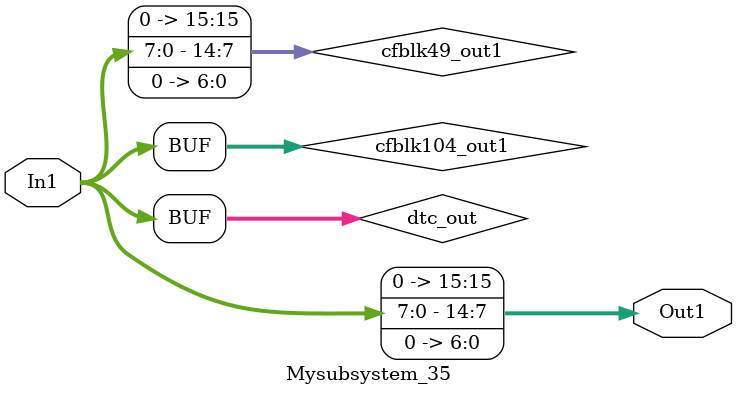
<source format=v>



`timescale 1 ns / 1 ns

module Mysubsystem_35
          (In1,
           Out1);


  input   [7:0] In1;  // uint8
  output  [15:0] Out1;  // ufix16_En7


  wire [7:0] dtc_out;  // ufix8
  wire [7:0] cfblk104_out1;  // uint8
  wire [15:0] cfblk49_out1;  // ufix16_En7


  assign dtc_out = In1;



  assign cfblk104_out1 = dtc_out;



  assign cfblk49_out1 = {1'b0, {cfblk104_out1, 7'b0000000}};



  assign Out1 = cfblk49_out1;

endmodule  // Mysubsystem_35


</source>
